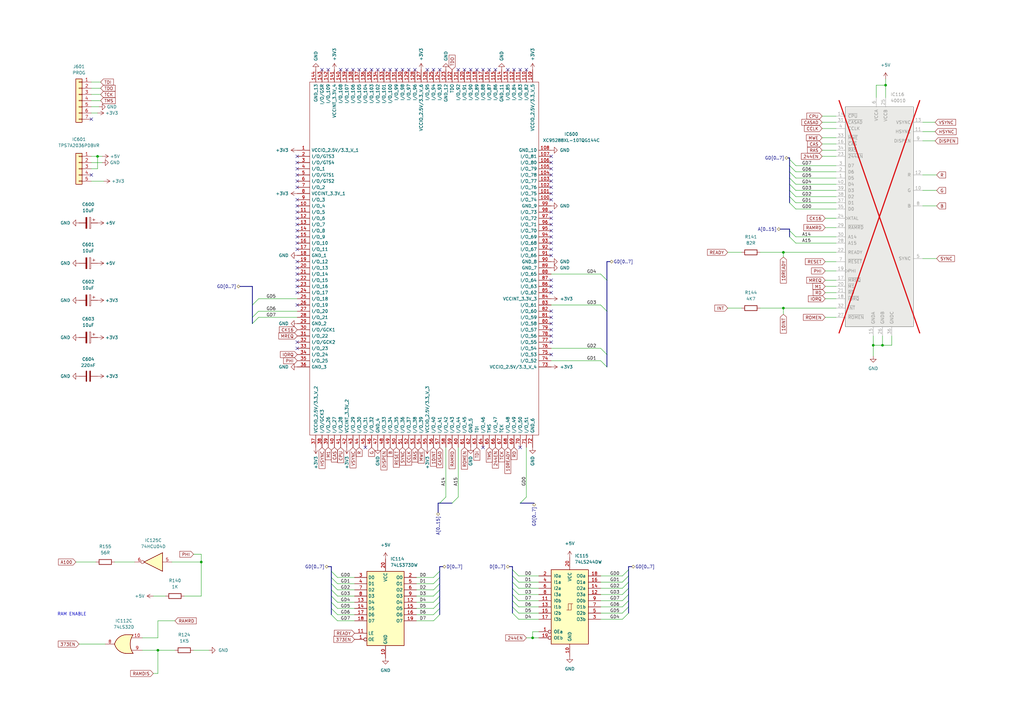
<source format=kicad_sch>
(kicad_sch (version 20230121) (generator eeschema)
  (paper "A3")
  (junction (at 361.95 141.605))
  (junction (at 363.22 34.925))
  (junction (at 321.31 126.365))
  (junction (at 218.44 261.62))
  (junction (at 321.31 103.505))
  (junction (at 40.005 64.135))
  (junction (at 82.55 230.505))
  (junction (at 358.14 141.605))
  (junction (at 64.77 266.7))
  (no_connect (at 177.8 28.575))
  (no_connect (at 121.92 76.835))
  (no_connect (at 226.06 127.635))
  (no_connect (at 226.06 137.795))
  (no_connect (at 226.06 117.475))
  (no_connect (at 195.58 28.575))
  (no_connect (at 134.62 28.575))
  (no_connect (at 121.92 99.695))
  (no_connect (at 142.24 28.575))
  (no_connect (at 226.06 135.255))
  (no_connect (at 121.92 74.295))
  (no_connect (at 198.12 183.515))
  (no_connect (at 121.92 89.535))
  (no_connect (at 121.92 107.315))
  (no_connect (at 226.06 140.335))
  (no_connect (at 180.34 28.575))
  (no_connect (at 121.92 112.395))
  (no_connect (at 226.06 99.695))
  (no_connect (at 226.06 76.835))
  (no_connect (at 160.02 28.575))
  (no_connect (at 154.94 28.575))
  (no_connect (at 121.92 86.995))
  (no_connect (at 226.06 130.175))
  (no_connect (at 190.5 28.575))
  (no_connect (at 132.08 28.575))
  (no_connect (at 226.06 74.295))
  (no_connect (at 149.86 28.575))
  (no_connect (at 121.92 64.135))
  (no_connect (at 226.06 145.415))
  (no_connect (at 121.92 114.935))
  (no_connect (at 226.06 89.535))
  (no_connect (at 139.7 28.575))
  (no_connect (at 226.06 114.935))
  (no_connect (at 149.86 183.515))
  (no_connect (at 165.1 28.575))
  (no_connect (at 121.92 84.455))
  (no_connect (at 162.56 28.575))
  (no_connect (at 144.78 28.575))
  (no_connect (at 121.92 125.095))
  (no_connect (at 213.36 28.575))
  (no_connect (at 147.32 28.575))
  (no_connect (at 226.06 86.995))
  (no_connect (at 193.04 28.575))
  (no_connect (at 226.06 92.075))
  (no_connect (at 226.06 69.215))
  (no_connect (at 200.66 28.575))
  (no_connect (at 121.92 66.675))
  (no_connect (at 226.06 104.775))
  (no_connect (at 226.06 94.615))
  (no_connect (at 210.82 28.575))
  (no_connect (at 203.2 28.575))
  (no_connect (at 37.465 48.895))
  (no_connect (at 215.9 28.575))
  (no_connect (at 121.92 81.915))
  (no_connect (at 157.48 28.575))
  (no_connect (at 121.92 94.615))
  (no_connect (at 198.12 28.575))
  (no_connect (at 187.96 28.575))
  (no_connect (at 121.92 142.875))
  (no_connect (at 226.06 79.375))
  (no_connect (at 226.06 81.915))
  (no_connect (at 37.465 71.755))
  (no_connect (at 121.92 120.015))
  (no_connect (at 121.92 71.755))
  (no_connect (at 152.4 28.575))
  (no_connect (at 121.92 102.235))
  (no_connect (at 121.92 92.075))
  (no_connect (at 121.92 117.475))
  (no_connect (at 170.18 28.575))
  (no_connect (at 175.26 28.575))
  (no_connect (at 121.92 140.335))
  (no_connect (at 121.92 69.215))
  (no_connect (at 226.06 132.715))
  (no_connect (at 226.06 66.675))
  (no_connect (at 167.64 28.575))
  (no_connect (at 226.06 120.015))
  (no_connect (at 213.36 183.515))
  (no_connect (at 226.06 64.135))
  (no_connect (at 226.06 71.755))
  (no_connect (at 226.06 97.155))
  (no_connect (at 208.28 28.575))
  (no_connect (at 121.92 109.855))
  (no_connect (at 226.06 102.235))
  (no_connect (at 121.92 97.155))
  (bus_entry (at 326.39 83.185) (size -2.54 -2.54))
  (bus_entry (at 135.89 244.475) (size 2.54 2.54))
  (bus_entry (at 255.27 251.46) (size 2.54 -2.54))
  (bus_entry (at 210.185 238.76) (size 2.54 2.54))
  (bus_entry (at 326.39 73.025) (size -2.54 -2.54))
  (bus_entry (at 326.39 75.565) (size -2.54 -2.54))
  (bus_entry (at 177.8 249.555) (size 2.54 -2.54))
  (bus_entry (at 177.8 254.635) (size 2.54 -2.54))
  (bus_entry (at 248.92 150.495) (size -2.54 -2.54))
  (bus_entry (at 255.27 241.3) (size 2.54 -2.54))
  (bus_entry (at 213.36 206.375) (size 2.54 -2.54))
  (bus_entry (at 210.185 248.92) (size 2.54 2.54))
  (bus_entry (at 255.27 238.76) (size 2.54 -2.54))
  (bus_entry (at 135.89 252.095) (size 2.54 2.54))
  (bus_entry (at 210.185 243.84) (size 2.54 2.54))
  (bus_entry (at 135.89 239.395) (size 2.54 2.54))
  (bus_entry (at 255.27 248.92) (size 2.54 -2.54))
  (bus_entry (at 326.39 78.105) (size -2.54 -2.54))
  (bus_entry (at 210.185 251.46) (size 2.54 2.54))
  (bus_entry (at 177.8 244.475) (size 2.54 -2.54))
  (bus_entry (at 248.92 127.635) (size -2.54 -2.54))
  (bus_entry (at 177.8 247.015) (size 2.54 -2.54))
  (bus_entry (at 255.27 243.84) (size 2.54 -2.54))
  (bus_entry (at 180.34 206.375) (size 2.54 -2.54))
  (bus_entry (at 177.8 252.095) (size 2.54 -2.54))
  (bus_entry (at 255.27 236.22) (size 2.54 -2.54))
  (bus_entry (at 326.39 67.945) (size -2.54 -2.54))
  (bus_entry (at 210.185 233.68) (size 2.54 2.54))
  (bus_entry (at 210.185 241.3) (size 2.54 2.54))
  (bus_entry (at 135.89 241.935) (size 2.54 2.54))
  (bus_entry (at 177.8 239.395) (size 2.54 -2.54))
  (bus_entry (at 326.39 70.485) (size -2.54 -2.54))
  (bus_entry (at 255.27 246.38) (size 2.54 -2.54))
  (bus_entry (at 323.85 97.155) (size 2.54 2.54))
  (bus_entry (at 135.89 247.015) (size 2.54 2.54))
  (bus_entry (at 255.27 254) (size 2.54 -2.54))
  (bus_entry (at 248.92 145.415) (size -2.54 -2.54))
  (bus_entry (at 177.8 241.935) (size 2.54 -2.54))
  (bus_entry (at 103.505 132.715) (size 2.54 -2.54))
  (bus_entry (at 103.505 130.175) (size 2.54 -2.54))
  (bus_entry (at 323.85 94.615) (size 2.54 2.54))
  (bus_entry (at 248.92 114.935) (size -2.54 -2.54))
  (bus_entry (at 210.185 246.38) (size 2.54 2.54))
  (bus_entry (at 135.89 234.315) (size 2.54 2.54))
  (bus_entry (at 135.89 249.555) (size 2.54 2.54))
  (bus_entry (at 326.39 80.645) (size -2.54 -2.54))
  (bus_entry (at 210.185 236.22) (size 2.54 2.54))
  (bus_entry (at 326.39 85.725) (size -2.54 -2.54))
  (bus_entry (at 135.89 236.855) (size 2.54 2.54))
  (bus_entry (at 185.42 206.375) (size 2.54 -2.54))
  (bus_entry (at 177.8 236.855) (size 2.54 -2.54))
  (bus_entry (at 103.505 125.095) (size 2.54 -2.54))
  (wire (pts (xy 246.38 251.46) (xy 255.27 251.46)))
  (wire (pts (xy 64.77 276.225) (xy 64.77 266.7)))
  (wire (pts (xy 170.815 244.475) (xy 177.8 244.475)))
  (bus (pts (xy 210.185 243.84) (xy 210.185 246.38)))
  (wire (pts (xy 79.375 227.33) (xy 82.55 227.33)))
  (bus (pts (xy 323.85 93.98) (xy 323.85 94.615)))
  (bus (pts (xy 135.89 239.395) (xy 135.89 241.935)))
  (wire (pts (xy 226.06 125.095) (xy 246.38 125.095)))
  (wire (pts (xy 37.465 43.815) (xy 40.64 43.815)))
  (wire (pts (xy 37.465 36.195) (xy 41.275 36.195)))
  (wire (pts (xy 170.815 254.635) (xy 177.8 254.635)))
  (wire (pts (xy 37.465 46.355) (xy 40.005 46.355)))
  (bus (pts (xy 210.185 236.22) (xy 210.185 238.76)))
  (bus (pts (xy 135.89 247.015) (xy 135.89 249.555)))
  (wire (pts (xy 220.98 259.08) (xy 218.44 259.08)))
  (wire (pts (xy 138.43 244.475) (xy 145.415 244.475)))
  (bus (pts (xy 250.19 107.315) (xy 248.92 107.315)))
  (wire (pts (xy 363.22 34.925) (xy 363.22 40.005)))
  (wire (pts (xy 37.465 33.655) (xy 41.275 33.655)))
  (bus (pts (xy 180.34 241.935) (xy 180.34 244.475)))
  (wire (pts (xy 246.38 238.76) (xy 255.27 238.76)))
  (wire (pts (xy 337.185 59.055) (xy 342.9 59.055)))
  (wire (pts (xy 64.77 266.7) (xy 71.755 266.7)))
  (wire (pts (xy 246.38 243.84) (xy 255.27 243.84)))
  (wire (pts (xy 58.42 266.7) (xy 64.77 266.7)))
  (wire (pts (xy 361.95 141.605) (xy 358.14 141.605)))
  (wire (pts (xy 37.465 41.275) (xy 41.275 41.275)))
  (bus (pts (xy 179.705 210.185) (xy 179.705 206.375)))
  (bus (pts (xy 323.215 64.77) (xy 323.85 64.77)))
  (bus (pts (xy 180.34 236.855) (xy 180.34 239.395)))
  (wire (pts (xy 378.46 57.785) (xy 383.54 57.785)))
  (wire (pts (xy 378.46 71.755) (xy 384.175 71.755)))
  (wire (pts (xy 326.39 75.565) (xy 342.9 75.565)))
  (wire (pts (xy 212.725 243.84) (xy 220.98 243.84)))
  (wire (pts (xy 212.725 248.92) (xy 220.98 248.92)))
  (wire (pts (xy 298.45 126.365) (xy 304.165 126.365)))
  (bus (pts (xy 323.85 64.77) (xy 323.85 65.405)))
  (bus (pts (xy 323.85 65.405) (xy 323.85 67.945)))
  (wire (pts (xy 218.44 261.62) (xy 220.98 261.62)))
  (wire (pts (xy 182.88 183.515) (xy 182.88 203.835)))
  (wire (pts (xy 170.815 249.555) (xy 177.8 249.555)))
  (bus (pts (xy 323.85 78.105) (xy 323.85 80.645)))
  (wire (pts (xy 75.565 244.475) (xy 82.55 244.475)))
  (wire (pts (xy 46.99 230.505) (xy 55.245 230.505)))
  (wire (pts (xy 378.46 78.105) (xy 384.175 78.105)))
  (wire (pts (xy 215.9 183.515) (xy 215.9 203.835)))
  (wire (pts (xy 361.95 137.795) (xy 361.95 141.605)))
  (wire (pts (xy 64.77 254.635) (xy 71.755 254.635)))
  (wire (pts (xy 41.91 66.675) (xy 37.465 66.675)))
  (wire (pts (xy 326.39 97.155) (xy 342.9 97.155)))
  (bus (pts (xy 257.81 243.84) (xy 257.81 246.38)))
  (bus (pts (xy 257.81 246.38) (xy 257.81 248.92)))
  (bus (pts (xy 320.04 93.98) (xy 323.85 93.98)))
  (wire (pts (xy 326.39 70.485) (xy 342.9 70.485)))
  (bus (pts (xy 257.81 236.22) (xy 257.81 238.76)))
  (bus (pts (xy 257.81 238.76) (xy 257.81 241.3)))
  (wire (pts (xy 378.46 53.975) (xy 383.54 53.975)))
  (wire (pts (xy 365.76 137.795) (xy 365.76 141.605)))
  (wire (pts (xy 212.725 246.38) (xy 220.98 246.38)))
  (wire (pts (xy 337.185 56.515) (xy 342.9 56.515)))
  (wire (pts (xy 321.31 103.505) (xy 321.31 105.41)))
  (wire (pts (xy 82.55 230.505) (xy 82.55 227.33)))
  (wire (pts (xy 365.76 141.605) (xy 361.95 141.605)))
  (wire (pts (xy 215.9 261.62) (xy 218.44 261.62)))
  (wire (pts (xy 70.485 230.505) (xy 82.55 230.505)))
  (wire (pts (xy 298.45 103.505) (xy 304.165 103.505)))
  (wire (pts (xy 64.77 261.62) (xy 64.77 254.635)))
  (bus (pts (xy 259.08 232.41) (xy 257.81 232.41)))
  (wire (pts (xy 326.39 99.695) (xy 342.9 99.695)))
  (wire (pts (xy 358.14 137.795) (xy 358.14 141.605)))
  (wire (pts (xy 37.465 38.735) (xy 41.275 38.735)))
  (bus (pts (xy 257.81 232.41) (xy 257.81 233.68)))
  (wire (pts (xy 359.41 34.925) (xy 363.22 34.925)))
  (wire (pts (xy 338.455 130.175) (xy 342.9 130.175)))
  (wire (pts (xy 326.39 83.185) (xy 342.9 83.185)))
  (wire (pts (xy 138.43 241.935) (xy 145.415 241.935)))
  (wire (pts (xy 106.045 127.635) (xy 121.92 127.635)))
  (wire (pts (xy 58.42 261.62) (xy 64.77 261.62)))
  (bus (pts (xy 323.85 94.615) (xy 323.85 97.155)))
  (wire (pts (xy 106.045 130.175) (xy 121.92 130.175)))
  (wire (pts (xy 246.38 246.38) (xy 255.27 246.38)))
  (bus (pts (xy 210.185 238.76) (xy 210.185 241.3)))
  (wire (pts (xy 337.185 47.625) (xy 342.9 47.625)))
  (bus (pts (xy 135.89 241.935) (xy 135.89 244.475)))
  (wire (pts (xy 106.045 122.555) (xy 121.92 122.555)))
  (bus (pts (xy 257.81 248.92) (xy 257.81 251.46)))
  (wire (pts (xy 311.785 126.365) (xy 321.31 126.365)))
  (wire (pts (xy 226.06 142.875) (xy 246.38 142.875)))
  (bus (pts (xy 135.89 232.41) (xy 135.89 234.315)))
  (wire (pts (xy 218.44 259.08) (xy 218.44 261.62)))
  (wire (pts (xy 338.455 114.935) (xy 342.9 114.935)))
  (wire (pts (xy 378.46 106.045) (xy 384.175 106.045)))
  (bus (pts (xy 103.505 117.475) (xy 103.505 125.095)))
  (wire (pts (xy 62.865 276.225) (xy 64.77 276.225)))
  (bus (pts (xy 134.62 232.41) (xy 135.89 232.41)))
  (wire (pts (xy 338.455 122.555) (xy 342.9 122.555)))
  (bus (pts (xy 219.075 206.375) (xy 213.36 206.375)))
  (wire (pts (xy 338.455 89.535) (xy 342.9 89.535)))
  (wire (pts (xy 138.43 252.095) (xy 145.415 252.095)))
  (wire (pts (xy 321.31 126.365) (xy 321.31 128.905)))
  (wire (pts (xy 321.31 103.505) (xy 342.9 103.505)))
  (wire (pts (xy 212.725 254) (xy 220.98 254)))
  (bus (pts (xy 323.85 73.025) (xy 323.85 75.565)))
  (wire (pts (xy 170.815 241.935) (xy 177.8 241.935)))
  (bus (pts (xy 180.34 206.375) (xy 185.42 206.375)))
  (wire (pts (xy 212.725 241.3) (xy 220.98 241.3)))
  (wire (pts (xy 40.005 64.135) (xy 40.005 69.215)))
  (bus (pts (xy 210.185 241.3) (xy 210.185 243.84)))
  (wire (pts (xy 326.39 67.945) (xy 342.9 67.945)))
  (wire (pts (xy 338.455 117.475) (xy 342.9 117.475)))
  (bus (pts (xy 135.89 236.855) (xy 135.89 239.395)))
  (bus (pts (xy 180.34 232.41) (xy 180.34 234.315)))
  (bus (pts (xy 135.89 234.315) (xy 135.89 236.855)))
  (bus (pts (xy 98.425 117.475) (xy 103.505 117.475)))
  (bus (pts (xy 181.61 232.41) (xy 180.34 232.41)))
  (wire (pts (xy 326.39 73.025) (xy 342.9 73.025)))
  (bus (pts (xy 180.34 244.475) (xy 180.34 247.015)))
  (bus (pts (xy 103.505 130.175) (xy 103.505 132.715)))
  (wire (pts (xy 246.38 248.92) (xy 255.27 248.92)))
  (wire (pts (xy 42.545 74.295) (xy 37.465 74.295)))
  (bus (pts (xy 179.705 206.375) (xy 180.34 206.375)))
  (wire (pts (xy 378.46 84.455) (xy 384.175 84.455)))
  (wire (pts (xy 138.43 239.395) (xy 145.415 239.395)))
  (wire (pts (xy 31.115 230.505) (xy 39.37 230.505)))
  (bus (pts (xy 248.92 114.935) (xy 248.92 127.635)))
  (bus (pts (xy 135.89 244.475) (xy 135.89 247.015)))
  (wire (pts (xy 41.91 64.135) (xy 40.005 64.135)))
  (wire (pts (xy 187.96 183.515) (xy 187.96 203.835)))
  (wire (pts (xy 337.185 61.595) (xy 342.9 61.595)))
  (bus (pts (xy 180.34 234.315) (xy 180.34 236.855)))
  (wire (pts (xy 337.185 52.705) (xy 342.9 52.705)))
  (wire (pts (xy 79.375 266.7) (xy 85.725 266.7)))
  (wire (pts (xy 363.22 32.385) (xy 363.22 34.925)))
  (wire (pts (xy 40.005 69.215) (xy 37.465 69.215)))
  (wire (pts (xy 337.185 50.165) (xy 342.9 50.165)))
  (bus (pts (xy 103.505 125.095) (xy 103.505 130.175)))
  (wire (pts (xy 212.725 251.46) (xy 220.98 251.46)))
  (wire (pts (xy 138.43 247.015) (xy 145.415 247.015)))
  (bus (pts (xy 210.185 246.38) (xy 210.185 248.92)))
  (wire (pts (xy 326.39 78.105) (xy 342.9 78.105)))
  (bus (pts (xy 257.81 241.3) (xy 257.81 243.84)))
  (wire (pts (xy 170.815 247.015) (xy 177.8 247.015)))
  (wire (pts (xy 32.385 264.16) (xy 43.18 264.16)))
  (bus (pts (xy 257.81 233.68) (xy 257.81 236.22)))
  (wire (pts (xy 359.41 40.005) (xy 359.41 34.925)))
  (bus (pts (xy 210.185 232.41) (xy 210.185 233.68)))
  (wire (pts (xy 326.39 80.645) (xy 342.9 80.645)))
  (bus (pts (xy 323.85 67.945) (xy 323.85 70.485)))
  (wire (pts (xy 338.455 111.125) (xy 342.9 111.125)))
  (bus (pts (xy 135.89 249.555) (xy 135.89 252.095)))
  (wire (pts (xy 170.815 239.395) (xy 177.8 239.395)))
  (wire (pts (xy 358.14 141.605) (xy 358.14 146.05)))
  (wire (pts (xy 226.06 112.395) (xy 246.38 112.395)))
  (wire (pts (xy 138.43 236.855) (xy 145.415 236.855)))
  (bus (pts (xy 180.34 249.555) (xy 180.34 252.095)))
  (wire (pts (xy 246.38 254) (xy 255.27 254)))
  (wire (pts (xy 338.455 107.315) (xy 342.9 107.315)))
  (bus (pts (xy 323.85 75.565) (xy 323.85 78.105)))
  (wire (pts (xy 246.38 236.22) (xy 255.27 236.22)))
  (wire (pts (xy 62.865 244.475) (xy 67.945 244.475)))
  (wire (pts (xy 212.725 236.22) (xy 220.98 236.22)))
  (wire (pts (xy 170.815 252.095) (xy 177.8 252.095)))
  (wire (pts (xy 212.725 238.76) (xy 220.98 238.76)))
  (bus (pts (xy 210.185 248.92) (xy 210.185 251.46)))
  (wire (pts (xy 311.785 103.505) (xy 321.31 103.505)))
  (bus (pts (xy 248.92 145.415) (xy 248.92 150.495)))
  (wire (pts (xy 378.46 50.165) (xy 383.54 50.165)))
  (wire (pts (xy 40.005 64.135) (xy 37.465 64.135)))
  (wire (pts (xy 138.43 249.555) (xy 145.415 249.555)))
  (bus (pts (xy 208.915 232.41) (xy 210.185 232.41)))
  (bus (pts (xy 180.34 239.395) (xy 180.34 241.935)))
  (wire (pts (xy 321.31 126.365) (xy 342.9 126.365)))
  (bus (pts (xy 210.185 233.68) (xy 210.185 236.22)))
  (wire (pts (xy 138.43 254.635) (xy 145.415 254.635)))
  (bus (pts (xy 180.34 247.015) (xy 180.34 249.555)))
  (bus (pts (xy 248.92 107.315) (xy 248.92 114.935)))
  (wire (pts (xy 82.55 244.475) (xy 82.55 230.505)))
  (bus (pts (xy 248.92 127.635) (xy 248.92 145.415)))
  (bus (pts (xy 323.85 80.645) (xy 323.85 83.185)))
  (wire (pts (xy 337.185 64.135) (xy 342.9 64.135)))
  (wire (pts (xy 246.38 241.3) (xy 255.27 241.3)))
  (wire (pts (xy 338.455 120.015) (xy 342.9 120.015)))
  (wire (pts (xy 326.39 85.725) (xy 342.9 85.725)))
  (wire (pts (xy 226.06 147.955) (xy 246.38 147.955)))
  (bus (pts (xy 323.85 70.485) (xy 323.85 73.025)))
  (wire (pts (xy 338.455 93.345) (xy 342.9 93.345)))
  (wire (pts (xy 170.815 236.855) (xy 177.8 236.855)))
  (text "RAM ENABLE" (at 23.495 252.73 0) (effects (font (size 1.27 1.27)) (justify left bottom)))
  (label "GD4" (at 250.19 254 0))
  (label "GD6" (at 109.22 127.635 0))
  (label "D6" (at 215.265 248.92 0))
  (label "GD6" (at 250.19 248.92 0))
  (label "GD1" (at 240.665 147.955 0))
  (label "D6" (at 172.085 252.095 0))
  (label "GD5" (at 328.93 73.025 0))
  (label "D5" (at 172.085 249.555 0))
  (label "GD0" (at 215.9 199.39 90))
  (label "GD3" (at 139.7 244.475 0))
  (label "D1" (at 172.085 239.395 0))
  (label "D7" (at 172.085 254.635 0))
  (label "GD4" (at 240.665 112.395 0))
  (label "GD3" (at 250.19 243.84 0))
  (label "GD2" (at 139.7 241.935 0))
  (label "A15" (at 328.93 99.695 0))
  (label "D7" (at 215.265 246.38 0))
  (label "GD1" (at 328.93 83.185 0))
  (label "GD6" (at 139.7 252.095 0))
  (label "GD0" (at 250.19 236.22 0))
  (label "GD2" (at 328.93 80.645 0))
  (label "A14" (at 328.93 97.155 0))
  (label "GD4" (at 139.7 247.015 0))
  (label "D5" (at 215.265 251.46 0))
  (label "GD4" (at 328.93 75.565 0))
  (label "D0" (at 172.085 236.855 0))
  (label "GD3" (at 240.665 125.095 0))
  (label "D4" (at 215.265 254 0))
  (label "GD2" (at 240.665 142.875 0))
  (label "A14" (at 182.88 199.39 90))
  (label "A15" (at 187.96 199.39 90))
  (label "GD7" (at 250.19 246.38 0))
  (label "GD1" (at 139.7 239.395 0))
  (label "GD7" (at 139.7 254.635 0))
  (label "D3" (at 215.265 243.84 0))
  (label "GD0" (at 328.93 85.725 0))
  (label "GD5" (at 250.19 251.46 0))
  (label "D2" (at 215.265 241.3 0))
  (label "GD3" (at 328.93 78.105 0))
  (label "GD7" (at 109.22 130.175 0))
  (label "D3" (at 172.085 244.475 0))
  (label "D0" (at 215.265 236.22 0))
  (label "GD2" (at 250.19 241.3 0))
  (label "GD5" (at 139.7 249.555 0))
  (label "GD1" (at 250.19 238.76 0))
  (label "D2" (at 172.085 241.935 0))
  (label "D1" (at 215.265 238.76 0))
  (label "GD6" (at 328.93 70.485 0))
  (label "GD5" (at 109.22 122.555 0))
  (label "D4" (at 172.085 247.015 0))
  (label "GD7" (at 328.93 67.945 0))
  (label "GD0" (at 139.7 236.855 0))
  (global_label "M1" (shape input) (at 134.62 183.515 270) (property "Intersheetrefs" "${INTERSHEET_REFS}" (effects hide)))
  (global_label "PHI" (shape input) (at 79.375 227.33 180) (property "Intersheetrefs" "${INTERSHEET_REFS}" (effects hide)))
  (global_label "RD" (shape input) (at 210.82 183.515 270) (property "Intersheetrefs" "${INTERSHEET_REFS}" (effects hide)))
  (global_label "TDI" (shape input) (at 41.275 33.655 0) (property "Intersheetrefs" "${INTERSHEET_REFS}" (effects hide)))
  (global_label "RD" (shape input) (at 338.455 120.015 180) (property "Intersheetrefs" "${INTERSHEET_REFS}" (effects hide)))
  (global_label "CASAD" (shape input) (at 180.34 183.515 270) (property "Intersheetrefs" "${INTERSHEET_REFS}" (effects hide)))
  (global_label "244EN" (shape input) (at 203.2 183.515 270) (property "Intersheetrefs" "${INTERSHEET_REFS}" (effects hide)))
  (global_label "10INT" (shape input) (at 177.8 183.515 270) (property "Intersheetrefs" "${INTERSHEET_REFS}" (effects hide)))
  (global_label "RAS" (shape input) (at 337.185 61.595 180) (property "Intersheetrefs" "${INTERSHEET_REFS}" (effects hide)))
  (global_label "RAS" (shape input) (at 170.18 183.515 270) (property "Intersheetrefs" "${INTERSHEET_REFS}" (effects hide)))
  (global_label "TDO" (shape input) (at 41.275 36.195 0) (property "Intersheetrefs" "${INTERSHEET_REFS}" (effects hide)))
  (global_label "MREQ" (shape input) (at 121.92 137.795 180) (property "Intersheetrefs" "${INTERSHEET_REFS}" (effects hide)))
  (global_label "RAMDIS" (shape input) (at 62.865 276.225 180) (property "Intersheetrefs" "${INTERSHEET_REFS}" (effects hide)))
  (global_label "TCK" (shape input) (at 205.74 183.515 270) (property "Intersheetrefs" "${INTERSHEET_REFS}" (effects hide)))
  (global_label "CAS" (shape input) (at 337.185 59.055 180) (property "Intersheetrefs" "${INTERSHEET_REFS}" (effects hide)))
  (global_label "MWE" (shape input) (at 172.72 183.515 270) (property "Intersheetrefs" "${INTERSHEET_REFS}" (effects hide)))
  (global_label "READY" (shape input) (at 298.45 103.505 180) (property "Intersheetrefs" "${INTERSHEET_REFS}" (effects hide)))
  (global_label "CASAD" (shape input) (at 337.185 50.165 180) (property "Intersheetrefs" "${INTERSHEET_REFS}" (effects hide)))
  (global_label "10READY" (shape input) (at 321.31 105.41 270) (property "Intersheetrefs" "${INTERSHEET_REFS}" (effects hide)))
  (global_label "CCLK" (shape input) (at 167.64 183.515 270) (property "Intersheetrefs" "${INTERSHEET_REFS}" (effects hide)))
  (global_label "SYNC" (shape input) (at 384.175 106.045 0) (property "Intersheetrefs" "${INTERSHEET_REFS}" (effects hide)))
  (global_label "G" (shape input) (at 384.175 78.105 0) (property "Intersheetrefs" "${INTERSHEET_REFS}" (effects hide)))
  (global_label "R" (shape input) (at 384.175 71.755 0) (property "Intersheetrefs" "${INTERSHEET_REFS}" (effects hide)))
  (global_label "VSYNC" (shape input) (at 144.78 183.515 270) (property "Intersheetrefs" "${INTERSHEET_REFS}" (effects hide)))
  (global_label "R" (shape input) (at 147.32 183.515 270) (property "Intersheetrefs" "${INTERSHEET_REFS}" (effects hide)))
  (global_label "RESET" (shape input) (at 162.56 183.515 270) (property "Intersheetrefs" "${INTERSHEET_REFS}" (effects hide)))
  (global_label "373EN" (shape input) (at 32.385 264.16 180) (property "Intersheetrefs" "${INTERSHEET_REFS}" (effects hide)))
  (global_label "MWE" (shape input) (at 337.185 56.515 180) (property "Intersheetrefs" "${INTERSHEET_REFS}" (effects hide)))
  (global_label "SYNC" (shape input) (at 165.1 183.515 270) (property "Intersheetrefs" "${INTERSHEET_REFS}" (effects hide)))
  (global_label "HSYNC" (shape input) (at 383.54 53.975 0) (property "Intersheetrefs" "${INTERSHEET_REFS}" (effects hide)))
  (global_label "244EN" (shape input) (at 337.185 64.135 180) (property "Intersheetrefs" "${INTERSHEET_REFS}" (effects hide)))
  (global_label "10READY" (shape input) (at 208.28 183.515 270) (property "Intersheetrefs" "${INTERSHEET_REFS}" (effects hide)))
  (global_label "RESET" (shape input) (at 338.455 107.315 180) (property "Intersheetrefs" "${INTERSHEET_REFS}" (effects hide)))
  (global_label "RAMRD" (shape input) (at 338.455 93.345 180) (property "Intersheetrefs" "${INTERSHEET_REFS}" (effects hide)))
  (global_label "RAMRD" (shape input) (at 71.755 254.635 0) (property "Intersheetrefs" "${INTERSHEET_REFS}" (effects hide)))
  (global_label "ROMEN" (shape input) (at 338.455 130.175 180) (property "Intersheetrefs" "${INTERSHEET_REFS}" (effects hide)))
  (global_label "RAMRD" (shape input) (at 185.42 183.515 270) (property "Intersheetrefs" "${INTERSHEET_REFS}" (effects hide)))
  (global_label "ROMEN" (shape input) (at 190.5 183.515 270) (property "Intersheetrefs" "${INTERSHEET_REFS}" (effects hide)))
  (global_label "M1" (shape input) (at 338.455 117.475 180) (property "Intersheetrefs" "${INTERSHEET_REFS}" (effects hide)))
  (global_label "DISPEN" (shape input) (at 157.48 183.515 270) (property "Intersheetrefs" "${INTERSHEET_REFS}" (effects hide)))
  (global_label "B" (shape input) (at 384.175 84.455 0) (property "Intersheetrefs" "${INTERSHEET_REFS}" (effects hide)))
  (global_label "READY" (shape input) (at 145.415 259.715 180) (property "Intersheetrefs" "${INTERSHEET_REFS}" (effects hide)))
  (global_label "CPU" (shape input) (at 337.185 47.625 180) (property "Intersheetrefs" "${INTERSHEET_REFS}" (effects hide)))
  (global_label "PHI" (shape input) (at 121.92 147.955 180) (property "Intersheetrefs" "${INTERSHEET_REFS}" (effects hide)))
  (global_label "TMS" (shape input) (at 200.66 183.515 270) (property "Intersheetrefs" "${INTERSHEET_REFS}" (effects hide)))
  (global_label "TCK" (shape input) (at 41.275 38.735 0) (property "Intersheetrefs" "${INTERSHEET_REFS}" (effects hide)))
  (global_label "VSYNC" (shape input) (at 383.54 50.165 0) (property "Intersheetrefs" "${INTERSHEET_REFS}" (effects hide)))
  (global_label "CAS" (shape input) (at 137.16 183.515 270) (property "Intersheetrefs" "${INTERSHEET_REFS}" (effects hide)))
  (global_label "DISPEN" (shape input) (at 383.54 57.785 0) (property "Intersheetrefs" "${INTERSHEET_REFS}" (effects hide)))
  (global_label "TDO" (shape input) (at 185.42 28.575 90) (property "Intersheetrefs" "${INTERSHEET_REFS}" (effects hide)))
  (global_label "IORQ" (shape input) (at 338.455 122.555 180) (property "Intersheetrefs" "${INTERSHEET_REFS}" (effects hide)))
  (global_label "CCLK" (shape input) (at 337.185 52.705 180) (property "Intersheetrefs" "${INTERSHEET_REFS}" (effects hide)))
  (global_label "IORQ" (shape input) (at 121.92 145.415 180) (property "Intersheetrefs" "${INTERSHEET_REFS}" (effects hide)))
  (global_label "INT" (shape input) (at 298.45 126.365 180) (property "Intersheetrefs" "${INTERSHEET_REFS}" (effects hide)))
  (global_label "CK16" (shape input) (at 121.92 135.255 180) (property "Intersheetrefs" "${INTERSHEET_REFS}" (effects hide)))
  (global_label "MREQ" (shape input) (at 338.455 114.935 180) (property "Intersheetrefs" "${INTERSHEET_REFS}" (effects hide)))
  (global_label "TDI" (shape input) (at 195.58 183.515 270) (property "Intersheetrefs" "${INTERSHEET_REFS}" (effects hide)))
  (global_label "10INT" (shape input) (at 321.31 128.905 270) (property "Intersheetrefs" "${INTERSHEET_REFS}" (effects hide)))
  (global_label "CK16" (shape input) (at 338.455 89.535 180) (property "Intersheetrefs" "${INTERSHEET_REFS}" (effects hide)))
  (global_label "373EN" (shape input) (at 145.415 262.255 180) (property "Intersheetrefs" "${INTERSHEET_REFS}" (effects hide)))
  (global_label "G" (shape input) (at 152.4 183.515 270) (property "Intersheetrefs" "${INTERSHEET_REFS}" (effects hide)))
  (global_label "B" (shape input) (at 160.02 183.515 270) (property "Intersheetrefs" "${INTERSHEET_REFS}" (effects hide)))
  (global_label "244EN" (shape input) (at 215.9 261.62 180) (property "Intersheetrefs" "${INTERSHEET_REFS}" (effects hide)))
  (global_label "TMS" (shape input) (at 41.275 41.275 0) (property "Intersheetrefs" "${INTERSHEET_REFS}" (effects hide)))
  (global_label "CPU" (shape input) (at 139.7 183.515 270) (property "Intersheetrefs" "${INTERSHEET_REFS}" (effects hide)))
  (global_label "HSYNC" (shape input) (at 132.08 183.515 270) (property "Intersheetrefs" "${INTERSHEET_REFS}" (effects hide)))
  (global_label "A100" (shape input) (at 31.115 230.505 180) (property "Intersheetrefs" "${INTERSHEET_REFS}" (effects hide)))
  (global_label "PHI" (shape input) (at 338.455 111.125 180) (property "Intersheetrefs" "${INTERSHEET_REFS}" (effects hide)))
  (hierarchical_label "A[0..15]" (shape bidirectional) (at 320.04 93.98 180))
  (hierarchical_label "GD[0..7]" (shape bidirectional) (at 219.075 206.375 270))
  (hierarchical_label "A[0..15]" (shape bidirectional) (at 179.705 210.185 270))
  (hierarchical_label "GD[0..7]" (shape bidirectional) (at 98.425 117.475 180))
  (hierarchical_label "D[0..7]" (shape bidirectional) (at 181.61 232.41 0))
  (hierarchical_label "GD[0..7]" (shape bidirectional) (at 323.215 64.77 180))
  (hierarchical_label "GD[0..7]" (shape bidirectional) (at 250.19 107.315 0))
  (hierarchical_label "D[0..7]" (shape bidirectional) (at 208.915 232.41 180))
  (hierarchical_label "GD[0..7]" (shape bidirectional) (at 259.08 232.41 0))
  (hierarchical_label "GD[0..7]" (shape bidirectional) (at 134.62 232.41 180))
  (symbol (lib_id "power:GND") (at 32.385 123.19 270) (unit 1)
    (property "Reference" "#PWR0109" (effects hide))
    (property "Value" "GND" (at 24.765 123.19 90) (effects (justify left)))
    (instances (project "CPC464-2MINI-ALTGA" (path "" (reference "#PWR0109") (unit 1))) (project "CPC464-2MINI" (path "" (reference "#PWR03") (unit 1))))
  )
  (symbol (lib_id "power:+3V3") (at 40.005 138.43 270) (unit 1)
    (property "Reference" "#PWR0142" (effects hide))
    (property "Value" "+3V3" (at 43.18 138.4299 90) (effects (justify left)))
    (instances (project "CPC464-2MINI-ALTGA" (path "" (reference "#PWR0142") (unit 1))) (project "CPC464-2MINI" (path "" (reference "#PWR010") (unit 1))))
  )
  (symbol (lib_id "power:GND") (at 193.04 183.515 0) (unit 1)
    (property "Reference" "#PWR0121" (effects hide))
    (property "Value" "GND" (at 193.04 191.135 90) (effects (justify left)))
    (instances (project "CPC464-2MINI-ALTGA" (path "" (reference "#PWR0121") (unit 1))) (project "CPC464-2MINI" (path "" (reference "#PWR029") (unit 1))))
  )
  (symbol (lib_id "74xx:74LS373") (at 158.115 249.555 0) (unit 1)
    (property "Reference" "IC114" (at 160.1344 229.235 0) (effects (justify left)))
    (property "Value" "74LS373DW" (at 160.1344 231.775 0) (effects (justify left)))
    (property "Footprint" "Package_SO:SOIC-20W_7.5x12.8mm_P1.27mm" (effects hide))
    (property "Datasheet" "http://www.ti.com/lit/gpn/sn74LS373" (effects hide))
  )
  (symbol (lib_id "power:+3V3") (at 175.26 183.515 180) (unit 1)
    (property "Reference" "#PWR0118" (effects hide))
    (property "Value" "+3V3" (at 175.26 192.405 90) (effects (justify right)))
    (instances (project "CPC464-2MINI-ALTGA" (path "" (reference "#PWR0118") (unit 1))) (project "CPC464-2MINI" (path "" (reference "#PWR027") (unit 1))))
  )
  (symbol (lib_id "Connector_Generic:Conn_01x05") (at 32.385 69.215 0) (mirror y) (unit 1)
    (property "Reference" "IC601" (at 32.385 57.15 0))
    (property "Value" "TPS7A2036PDBVR" (at 32.385 59.69 0))
    (property "Footprint" "Package_TO_SOT_SMD:SOT-23-5" (effects hide))
  )
  (symbol (lib_id "power:GND") (at 32.385 107.95 270) (unit 1)
    (property "Reference" "#PWR0111" (effects hide))
    (property "Value" "GND" (at 24.765 107.95 90) (effects (justify left)))
    (instances (project "CPC464-2MINI-ALTGA" (path "" (reference "#PWR0111") (unit 1))) (project "CPC464-2MINI" (path "" (reference "#PWR02") (unit 1))))
  )
  (symbol (lib_id "power:GND") (at 32.385 154.305 270) (unit 1)
    (property "Reference" "#PWR0112" (effects hide))
    (property "Value" "GND" (at 24.765 154.305 90) (effects (justify left)))
    (instances (project "CPC464-2MINI-ALTGA" (path "" (reference "#PWR0112") (unit 1))) (project "CPC464-2MINI" (path "" (reference "#PWR05") (unit 1))))
  )
  (symbol (lib_id "power:GND") (at 129.54 28.575 180) (unit 1)
    (property "Reference" "#PWR0133" (effects hide))
    (property "Value" "GND" (at 129.54 20.955 90) (effects (justify left)))
    (instances (project "CPC464-2MINI-ALTGA" (path "" (reference "#PWR0133") (unit 1))) (project "CPC464-2MINI" (path "" (reference "#PWR021") (unit 1))))
  )
  (symbol (lib_id "power:+5V") (at 41.91 64.135 270) (unit 1)
    (property "Reference" "#PWR0106" (effects hide))
    (property "Value" "+5V" (at 45.085 64.1349 90) (effects (justify left)))
    (instances (project "CPC464-2MINI-ALTGA" (path "" (reference "#PWR0106") (unit 1))) (project "CPC464-2MINI" (path "" (reference "#PWR013") (unit 1))))
  )
  (symbol (lib_id "power:GND") (at 32.385 91.44 270) (unit 1)
    (property "Reference" "#PWR0143" (effects hide))
    (property "Value" "GND" (at 24.765 91.44 90) (effects (justify left)))
    (instances (project "CPC464-2MINI-ALTGA" (path "" (reference "#PWR0143") (unit 1))) (project "CPC464-2MINI" (path "" (reference "#PWR01") (unit 1))))
  )
  (symbol (lib_id "Device:R") (at 43.18 230.505 90) (unit 1)
    (property "Reference" "R155" (at 43.18 224.155 90))
    (property "Value" "56R" (at 43.18 226.695 90))
    (property "Footprint" "Resistor_SMD:R_0805_2012Metric" (effects hide))
    (property "LCSC" "C144135" (effects hide))
  )
  (symbol (lib_id "Device:C_Polarized") (at 36.195 107.95 270) (unit 1)
    (property "Reference" "C601" (at 36.195 100.33 90))
    (property "Value" "10uF" (at 36.195 102.87 90))
    (property "Footprint" "Capacitor_Tantalum_SMD:CP_EIA-3216-18_Kemet-A" (effects hide))
  )
  (symbol (lib_id "power:+5V") (at 40.005 107.95 270) (unit 1)
    (property "Reference" "#PWR0108" (effects hide))
    (property "Value" "+5V" (at 43.18 107.9499 90) (effects (justify left)))
    (instances (project "CPC464-2MINI-ALTGA" (path "" (reference "#PWR0108") (unit 1))) (project "CPC464-2MINI" (path "" (reference "#PWR08") (unit 1))))
  )
  (symbol (lib_id "power:+3V3") (at 121.92 79.375 90) (unit 1)
    (property "Reference" "#PWR0136" (effects hide))
    (property "Value" "+3V3" (at 113.03 79.375 90) (effects (justify right)))
    (instances (project "CPC464-2MINI-ALTGA" (path "" (reference "#PWR0136") (unit 1))) (project "CPC464-2MINI" (path "" (reference "#PWR017") (unit 1))))
  )
  (symbol (lib_id "power:+5V") (at 40.005 91.44 270) (unit 1)
    (property "Reference" "#PWR0144" (effects hide))
    (property "Value" "+5V" (at 43.18 91.4399 90) (effects (justify left)))
    (instances (project "CPC464-2MINI-ALTGA" (path "" (reference "#PWR0144") (unit 1))) (project "CPC464-2MINI" (path "" (reference "#PWR07") (unit 1))))
  )
  (symbol (lib_id "power:GND") (at 226.06 107.315 90) (unit 1)
    (property "Reference" "#PWR0123" (effects hide))
    (property "Value" "GND" (at 233.68 107.315 90) (effects (justify left)))
    (instances (project "CPC464-2MINI-ALTGA" (path "" (reference "#PWR0123") (unit 1))) (project "CPC464-2MINI" (path "" (reference "#PWR035") (unit 1))))
  )
  (symbol (lib_id "power:GND") (at 121.92 132.715 270) (unit 1)
    (property "Reference" "#PWR0126" (effects hide))
    (property "Value" "GND" (at 114.3 132.715 90) (effects (justify left)))
    (instances (project "CPC464-2MINI-ALTGA" (path "" (reference "#PWR0126") (unit 1))) (project "CPC464-2MINI" (path "" (reference "#PWR019") (unit 1))))
  )
  (symbol (lib_id "Device:C_Polarized") (at 36.195 138.43 270) (unit 1)
    (property "Reference" "C603" (at 36.195 130.81 90))
    (property "Value" "10uF" (at 36.195 133.35 90))
    (property "Footprint" "Capacitor_Tantalum_SMD:CP_EIA-3216-18_Kemet-A" (effects hide))
  )
  (symbol (lib_id "power:+3V3") (at 137.16 28.575 0) (unit 1)
    (property "Reference" "#PWR0134" (effects hide))
    (property "Value" "+3V3" (at 137.16 19.685 90) (effects (justify right)))
    (instances (project "CPC464-2MINI-ALTGA" (path "" (reference "#PWR0134") (unit 1))) (project "CPC464-2MINI" (path "" (reference "#PWR023") (unit 1))))
  )
  (symbol (lib_id "74xx:74LS04") (at 62.865 230.505 0) (mirror y) (unit 3)
    (property "Reference" "IC125" (at 62.865 221.615 0))
    (property "Value" "74HCU04D" (at 62.865 224.155 0))
    (property "Footprint" "Package_SO:SOIC-14_3.9x8.7mm_P1.27mm" (effects hide))
    (property "Datasheet" "http://www.ti.com/lit/gpn/sn74LS04" (effects hide))
  )
  (symbol (lib_id "power:GND") (at 41.91 66.675 90) (unit 1)
    (property "Reference" "#PWR0105" (effects hide))
    (property "Value" "GND" (at 45.085 66.6749 90) (effects (justify right)))
    (instances (project "CPC464-2MINI-ALTGA" (path "" (reference "#PWR0105") (unit 1))) (project "CPC464-2MINI" (path "" (reference "#PWR014") (unit 1))))
  )
  (symbol (lib_id "Device:C") (at 36.195 154.305 90) (unit 1)
    (property "Reference" "C604" (at 36.195 147.32 90))
    (property "Value" "220nF" (at 36.195 149.86 90))
    (property "Footprint" "Resistor_SMD:R_0805_2012Metric" (effects hide))
  )
  (symbol (lib_id "Device:R") (at 71.755 244.475 90) (unit 1)
    (property "Reference" "R140" (at 71.755 238.125 90))
    (property "Value" "1K" (at 71.755 240.665 90))
    (property "Footprint" "Resistor_SMD:R_0805_2012Metric" (effects hide))
    (property "LCSC" "C482939" (effects hide))
  )
  (symbol (lib_id "Device:R") (at 75.565 266.7 90) (unit 1)
    (property "Reference" "R124" (at 75.565 260.35 90))
    (property "Value" "1K5" (at 75.565 262.89 90))
    (property "Footprint" "Resistor_SMD:R_0805_2012Metric" (effects hide))
    (property "LCSC" "C114555" (effects hide))
  )
  (symbol (lib_id "power:+3V3") (at 172.72 28.575 0) (unit 1)
    (property "Reference" "#PWR0137" (effects hide))
    (property "Value" "+3V3" (at 172.72 19.685 90) (effects (justify right)))
    (instances (project "CPC464-2MINI-ALTGA" (path "" (reference "#PWR0137") (unit 1))) (project "CPC464-2MINI" (path "" (reference "#PWR026") (unit 1))))
  )
  (symbol (lib_id "Device:C_Polarized") (at 36.195 91.44 270) (unit 1)
    (property "Reference" "C600" (at 36.195 83.82 90))
    (property "Value" "10uF" (at 36.195 86.36 90))
    (property "Footprint" "Capacitor_Tantalum_SMD:CP_EIA-3216-18_Kemet-A" (effects hide))
  )
  (symbol (lib_id "power:+3V3") (at 218.44 28.575 0) (unit 1)
    (property "Reference" "#PWR0130" (effects hide))
    (property "Value" "+3V3" (at 218.44 19.685 90) (effects (justify right)))
    (instances (project "CPC464-2MINI-ALTGA" (path "" (reference "#PWR0130") (unit 1))) (project "CPC464-2MINI" (path "" (reference "#PWR031") (unit 1))))
  )
  (symbol (lib_id "power:GND") (at 226.06 61.595 90) (unit 1)
    (property "Reference" "#PWR0129" (effects hide))
    (property "Value" "GND" (at 233.68 61.595 90) (effects (justify left)))
    (instances (project "CPC464-2MINI-ALTGA" (path "" (reference "#PWR0129") (unit 1))) (project "CPC464-2MINI" (path "" (reference "#PWR033") (unit 1))))
  )
  (symbol (lib_id "power:+3V3") (at 42.545 74.295 270) (unit 1)
    (property "Reference" "#PWR0107" (effects hide))
    (property "Value" "+3V3" (at 45.72 74.2949 90) (effects (justify left)))
    (instances (project "CPC464-2MINI-ALTGA" (path "" (reference "#PWR0107") (unit 1))) (project "CPC464-2MINI" (path "" (reference "#PWR015") (unit 1))))
  )
  (symbol (lib_id "Device:C_Polarized") (at 36.195 123.19 270) (unit 1)
    (property "Reference" "C602" (at 36.195 115.57 90))
    (property "Value" "10uF" (at 36.195 118.11 90))
    (property "Footprint" "Capacitor_Tantalum_SMD:CP_EIA-3216-18_Kemet-A" (effects hide))
  )
  (symbol (lib_id "power:GND") (at 358.14 146.05 0) (unit 1)
    (property "Reference" "#PWR0129" (effects hide))
    (property "Value" "GND" (at 358.14 151.13 0))
  )
  (symbol (lib_id "power:+3V3") (at 226.06 122.555 270) (unit 1)
    (property "Reference" "#PWR0125" (effects hide))
    (property "Value" "+3V3" (at 234.95 122.555 90) (effects (justify right)))
    (instances (project "CPC464-2MINI-ALTGA" (path "" (reference "#PWR0125") (unit 1))) (project "CPC464-2MINI" (path "" (reference "#PWR037") (unit 1))))
  )
  (symbol (lib_id "power:GND") (at 226.06 109.855 90) (unit 1)
    (property "Reference" "#PWR0124" (effects hide))
    (property "Value" "GND" (at 233.68 109.855 90) (effects (justify left)))
    (instances (project "CPC464-2MINI-ALTGA" (path "" (reference "#PWR0124") (unit 1))) (project "CPC464-2MINI" (path "" (reference "#PWR036") (unit 1))))
  )
  (symbol (lib_id "74xx:74LS32") (at 50.8 264.16 180) (unit 3)
    (property "Reference" "IC112" (at 50.8 254.635 0))
    (property "Value" "74LS32D" (at 50.8 257.175 0))
    (property "Footprint" "Package_SO:SOIC-14_3.9x8.7mm_P1.27mm" (effects hide))
    (property "Datasheet" "http://www.ti.com/lit/gpn/sn74LS32" (effects hide))
  )
  (symbol (lib_id "power:+5V") (at 233.68 228.6 0) (unit 1)
    (property "Reference" "#PWR0132" (effects hide))
    (property "Value" "+5V" (at 233.68 222.885 0))
  )
  (symbol (lib_id "Amstrad:40010") (at 360.68 89.535 0) (unit 1) (in_bom no) (on_board no) (dnp yes)
    (property "Reference" "IC116" (at 365.2394 38.735 0) (effects (justify left)))
    (property "Value" "40010" (at 365.2394 41.275 0) (effects (justify left)))
    (property "Footprint" "Package_DIP:DIP-40_W15.24mm" (effects hide))
    (property "Sim.Enable" "0" (effects hide))
  )
  (symbol (lib_id "power:GND") (at 40.64 43.815 90) (unit 1)
    (property "Reference" "#PWR0103" (effects hide))
    (property "Value" "GND" (at 43.815 43.8149 90) (effects (justify right)))
    (instances (project "CPC464-2MINI-ALTGA" (path "" (reference "#PWR0103") (unit 1))) (project "CPC464-2MINI" (path "" (reference "#PWR012") (unit 1))))
  )
  (symbol (lib_id "74xx:74LS244") (at 233.68 248.92 0) (unit 1)
    (property "Reference" "IC115" (at 235.6994 227.965 0) (effects (justify left)))
    (property "Value" "74LS244DW" (at 235.6994 230.505 0) (effects (justify left)))
    (property "Footprint" "Package_SO:SOIC-20W_7.5x12.8mm_P1.27mm" (effects hide))
    (property "Datasheet" "http://www.ti.com/lit/ds/symlink/sn74ls244.pdf" (effects hide))
  )
  (symbol (lib_id "power:+3V3") (at 142.24 183.515 180) (unit 1)
    (property "Reference" "#PWR0116" (effects hide))
    (property "Value" "+3V3" (at 142.24 192.405 90) (effects (justify right)))
    (instances (project "CPC464-2MINI-ALTGA" (path "" (reference "#PWR0116") (unit 1))) (project "CPC464-2MINI" (path "" (reference "#PWR024") (unit 1))))
  )
  (symbol (lib_id "Device:R") (at 307.975 103.505 270) (unit 1)
    (property "Reference" "R141" (at 307.975 97.155 90))
    (property "Value" "82R" (at 307.975 99.695 90))
    (property "Footprint" "Resistor_SMD:R_0805_2012Metric" (effects hide))
    (property "LCSC" "C706251" (effects hide))
  )
  (symbol (lib_id "power:GND") (at 218.44 183.515 0) (unit 1)
    (property "Reference" "#PWR0122" (effects hide))
    (property "Value" "GND" (at 218.44 191.135 90) (effects (justify left)))
    (instances (project "CPC464-2MINI-ALTGA" (path "" (reference "#PWR0122") (unit 1))) (project "CPC464-2MINI" (path "" (reference "#PWR032") (unit 1))))
  )
  (symbol (lib_id "power:GND") (at 158.115 269.875 0) (unit 1)
    (property "Reference" "#PWR0127" (effects hide))
    (property "Value" "GND" (at 158.115 274.955 0))
  )
  (symbol (lib_id "power:GND") (at 226.06 84.455 90) (unit 1)
    (property "Reference" "#PWR0128" (effects hide))
    (property "Value" "GND" (at 233.68 84.455 90) (effects (justify left)))
    (instances (project "CPC464-2MINI-ALTGA" (path "" (reference "#PWR0128") (unit 1))) (project "CPC464-2MINI" (path "" (reference "#PWR034") (unit 1))))
  )
  (symbol (lib_id "Device:R") (at 307.975 126.365 270) (unit 1)
    (property "Reference" "R144" (at 307.975 120.015 90))
    (property "Value" "4K7" (at 307.975 122.555 90))
    (property "Footprint" "Resistor_SMD:R_0805_2012Metric" (effects hide))
    (property "LCSC" "C60816" (effects hide))
  )
  (symbol (lib_id "power:+3V3") (at 40.005 154.305 270) (unit 1)
    (property "Reference" "#PWR0113" (effects hide))
    (property "Value" "+3V3" (at 43.18 154.3049 90) (effects (justify left)))
    (instances (project "CPC464-2MINI-ALTGA" (path "" (reference "#PWR0113") (unit 1))) (project "CPC464-2MINI" (path "" (reference "#PWR011") (unit 1))))
  )
  (symbol (lib_id "power:GND") (at 154.94 183.515 0) (unit 1)
    (property "Reference" "#PWR0117" (effects hide))
    (property "Value" "GND" (at 154.94 191.135 90) (effects (justify left)))
    (instances (project "CPC464-2MINI-ALTGA" (path "" (reference "#PWR0117") (unit 1))) (project "CPC464-2MINI" (path "" (reference "#PWR025") (unit 1))))
  )
  (symbol (lib_id "power:GND") (at 32.385 138.43 270) (unit 1)
    (property "Reference" "#PWR0141" (effects hide))
    (property "Value" "GND" (at 24.765 138.43 90) (effects (justify left)))
    (instances (project "CPC464-2MINI-ALTGA" (path "" (reference "#PWR0141") (unit 1))) (project "CPC464-2MINI" (path "" (reference "#PWR04") (unit 1))))
  )
  (symbol (lib_id "power:+3V3") (at 129.54 183.515 180) (unit 1)
    (property "Reference" "#PWR0115" (effects hide))
    (property "Value" "+3V3" (at 129.54 192.405 90) (effects (justify right)))
    (instances (project "CPC464-2MINI-ALTGA" (path "" (reference "#PWR0115") (unit 1))) (project "CPC464-2MINI" (path "" (reference "#PWR022") (unit 1))))
  )
  (symbol (lib_id "power:+3V3") (at 40.005 123.19 270) (unit 1)
    (property "Reference" "#PWR0110" (effects hide))
    (property "Value" "+3V3" (at 43.18 123.1899 90) (effects (justify left)))
    (instances (project "CPC464-2MINI-ALTGA" (path "" (reference "#PWR0110") (unit 1))) (project "CPC464-2MINI" (path "" (reference "#PWR09") (unit 1))))
  )
  (symbol (lib_id "power:+3V3") (at 226.06 150.495 270) (unit 1)
    (property "Reference" "#PWR0119" (effects hide))
    (property "Value" "+3V3" (at 234.95 150.495 90) (effects (justify right)))
    (instances (project "CPC464-2MINI-ALTGA" (path "" (reference "#PWR0119") (unit 1))) (project "CPC464-2MINI" (path "" (reference "#PWR038") (unit 1))))
  )
  (symbol (lib_id "ALTGA:XC95288XL-10TQG144C") (at 121.92 61.595 0) (unit 1)
    (property "Reference" "IC600" (at 234.315 55.0162 0))
    (property "Value" "XC95288XL-10TQG144C" (at 234.315 57.5562 0))
    (property "Footprint" "QFP50P2200X2200X160-144N" (effects hide))
    (property "Datasheet" "http://www.xilinx.com/support/documentation/data_sheets/ds055.pdf" (effects hide))
    (property "Description" "CPLD - Complex Programmable Logic Devices 3.3V 288-mc CPLD" (effects hide))
    (property "Height" "1.6" (effects hide))
    (property "Mouser Part Number" "217-5288XL-10TQG144C" (effects hide))
    (property "Mouser Price/Stock" "https://www.mouser.co.uk/ProductDetail/Xilinx/XC95288XL-10TQG144C?qs=rrS6PyfT74fPWRVrpj6w7g%3D%3D" (effects hide))
    (property "Manufacturer_Name" "XILINX" (effects hide))
    (property "Manufacturer_Part_Number" "XC95288XL-10TQG144C" (effects hide))
  )
  (symbol (lib_id "power:GND") (at 121.92 104.775 270) (unit 1)
    (property "Reference" "#PWR0120" (effects hide))
    (property "Value" "GND" (at 114.3 104.775 90) (effects (justify left)))
    (instances (project "CPC464-2MINI-ALTGA" (path "" (reference "#PWR0120") (unit 1))) (project "CPC464-2MINI" (path "" (reference "#PWR018") (unit 1))))
  )
  (symbol (lib_id "power:GND") (at 205.74 28.575 180) (unit 1)
    (property "Reference" "#PWR0132" (effects hide))
    (property "Value" "GND" (at 205.74 20.955 90) (effects (justify left)))
    (instances (project "CPC464-2MINI-ALTGA" (path "" (reference "#PWR0132") (unit 1))) (project "CPC464-2MINI" (path "" (reference "#PWR030") (unit 1))))
  )
  (symbol (lib_id "power:GND") (at 85.725 266.7 90) (unit 1)
    (property "Reference" "#PWR0123" (effects hide))
    (property "Value" "GND" (at 89.535 266.6999 90) (effects (justify right)))
  )
  (symbol (lib_id "power:+3V3") (at 121.92 61.595 90) (unit 1)
    (property "Reference" "#PWR0135" (effects hide))
    (property "Value" "+3V3" (at 113.03 61.595 90) (effects (justify right)))
    (instances (project "CPC464-2MINI-ALTGA" (path "" (reference "#PWR0135") (unit 1))) (project "CPC464-2MINI" (path "" (reference "#PWR016") (unit 1))))
  )
  (symbol (lib_id "power:+3V3") (at 40.005 46.355 270) (unit 1)
    (property "Reference" "#PWR0104" (effects hide))
    (property "Value" "+3V3" (at 43.18 46.3549 90) (effects (justify left)))
    (instances (project "CPC464-2MINI-ALTGA" (path "" (reference "#PWR0104") (unit 1))) (project "CPC464-2MINI" (path "" (reference "#PWR06") (unit 1))))
  )
  (symbol (lib_id "power:GND") (at 182.88 28.575 180) (unit 1)
    (property "Reference" "#PWR0131" (effects hide))
    (property "Value" "GND" (at 182.88 20.955 90) (effects (justify left)))
    (instances (project "CPC464-2MINI-ALTGA" (path "" (reference "#PWR0131") (unit 1))) (project "CPC464-2MINI" (path "" (reference "#PWR028") (unit 1))))
  )
  (symbol (lib_id "power:+5V") (at 62.865 244.475 90) (unit 1)
    (property "Reference" "#PWR0128" (effects hide))
    (property "Value" "+5V" (at 55.245 244.475 90) (effects (justify right)))
  )
  (symbol (lib_id "power:GND") (at 233.68 269.24 0) (unit 1)
    (property "Reference" "#PWR0131" (effects hide))
    (property "Value" "GND" (at 233.68 274.32 0))
  )
  (symbol (lib_id "power:+5V") (at 158.115 229.235 0) (unit 1)
    (property "Reference" "#PWR0125" (effects hide))
    (property "Value" "+5V" (at 158.115 223.52 0))
  )
  (symbol (lib_id "power:GND") (at 121.92 150.495 270) (unit 1)
    (property "Reference" "#PWR0127" (effects hide))
    (property "Value" "GND" (at 114.3 150.495 90) (effects (justify left)))
    (instances (project "CPC464-2MINI-ALTGA" (path "" (reference "#PWR0127") (unit 1))) (project "CPC464-2MINI" (path "" (reference "#PWR020") (unit 1))))
  )
  (symbol (lib_id "power:+5V") (at 363.22 32.385 0) (unit 1)
    (property "Reference" "#PWR0130" (effects hide))
    (property "Value" "+5V" (at 363.22 26.67 0))
  )
  (symbol (lib_id "Connector_Generic:Conn_01x07") (at 32.385 41.275 0) (mirror y) (unit 1)
    (property "Reference" "J601" (at 32.385 27.305 0))
    (property "Value" "PROG" (at 32.385 29.845 0))
    (property "Footprint" "Connector_PinHeader_2.54mm:PinHeader_1x07_P2.54mm_Vertical" (effects hide))
  )
)
</source>
